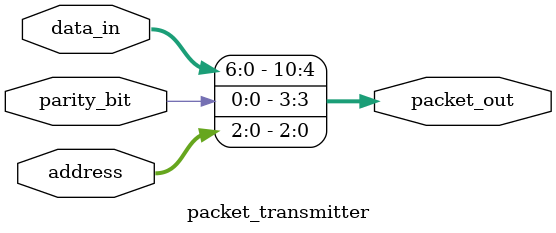
<source format=v>
module packet_transmitter(
	input wire [7:0] data_in,      // Dados do sensor (8 bits)
	input wire [2:0] address,      // Endereço do sensor (3 bits)
	input wire parity_bit,         // Bit de paridade (1 bit)
	output wire [10:0] packet_out  // Pacote completo de 11 bits
);

	// Concatenação explícita das partes do pacote
	assign packet_out = {data_in, parity_bit, address};

endmodule

</source>
